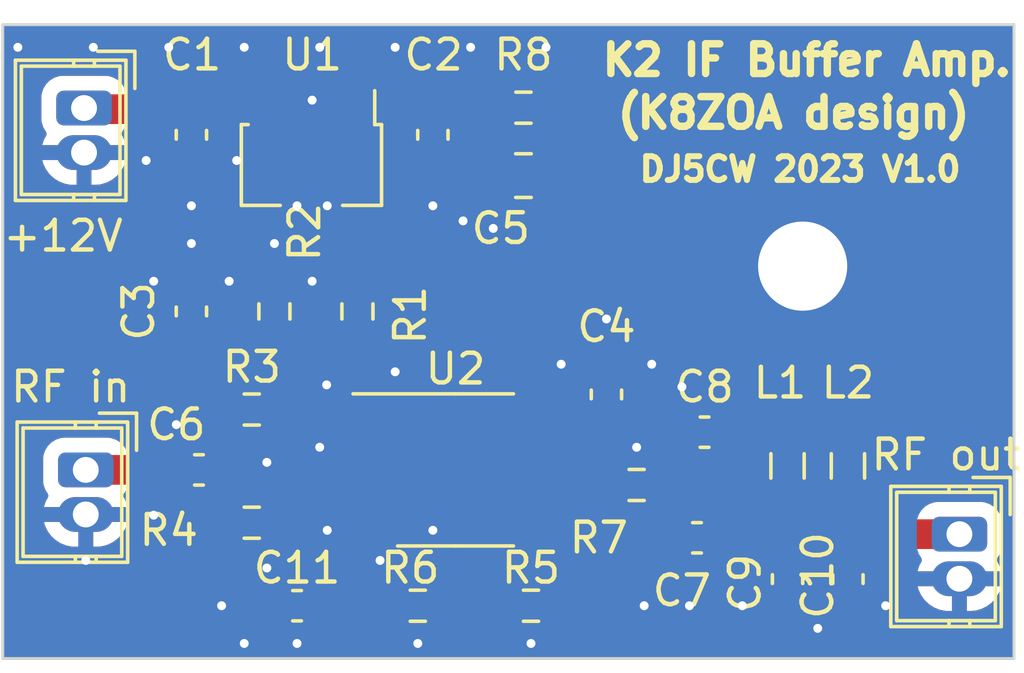
<source format=kicad_pcb>
(kicad_pcb (version 20221018) (generator pcbnew)
  (layers (0 "F.Cu" signal) (31 "B.Cu" signal) (34 "B.Paste" user) (35 "F.Paste" user) (36 "B.SilkS" user "B.Silkscreen") (37 "F.SilkS" user "F.Silkscreen") (38 "B.Mask" user) (39 "F.Mask" user) (44 "Edge.Cuts" user))
  (net 0 "")
  (net 1 "Net-(J1-Pin_1)")
  (net 2 "GND")
  (net 3 "Net-(U1-OUT)")
  (net 4 "Net-(C3-Pad1)")
  (net 5 "Net-(U2-V+)")
  (net 6 "Net-(J2-Pin_1)")
  (net 7 "Net-(C6-Pad2)")
  (net 8 "Net-(C7-Pad1)")
  (net 9 "Net-(C7-Pad2)")
  (net 10 "Net-(C9-Pad2)")
  (net 11 "Net-(J3-Pin_1)")
  (net 12 "Net-(C11-Pad2)")
  (net 13 "Net-(U2-+)")
  (net 14 "Net-(U2--)")
  (net 15 "Net-(R5-Pad2)")
  (footprint "Resistor_SMD:R_0603_1608Metric_Pad0.98x0.95mm_HandSolder" (layer "F.Cu") (at 110.744 70.866 90)
    (fp_text reference "R2" (at 2.667 1.016 90) (layer "F.SilkS"))
    (fp_text value "1k")
    (fp_line (start -0.254724 -0.5225) (end 0.254724 -0.5225) (stroke (width 0.12)) (layer "F.SilkS"))
    (fp_line (start -0.254724 0.5225) (end 0.254724 0.5225) (stroke (width 0.12)) (layer "F.SilkS"))
    (pad "1" smd roundrect (at -0.9125 0 90) (size 0.975 0.95) (layers "F.Cu" "F.Paste" "F.Mask") (net 4 "Net-(C3-Pad1)"))
    (pad "2" smd roundrect (at 0.9125 0 90) (size 0.975 0.95) (layers "F.Cu" "F.Paste" "F.Mask") (net 2 "GND"))
  )
  (footprint "Resistor_SMD:R_0603_1608Metric_Pad0.98x0.95mm_HandSolder" (layer "F.Cu") (at 115.57 80.772 180)
    (fp_text reference "R6" (at 0.254 1.27) (layer "F.SilkS"))
    (fp_text value "150")
    (fp_line (start -0.254724 -0.5225) (end 0.254724 -0.5225) (stroke (width 0.12)) (layer "F.SilkS"))
    (fp_line (start -0.254724 0.5225) (end 0.254724 0.5225) (stroke (width 0.12)) (layer "F.SilkS"))
    (pad "1" smd roundrect (at -0.9125 0 180) (size 0.975 0.95) (layers "F.Cu" "F.Paste" "F.Mask") (net 14 "Net-(U2--)"))
    (pad "2" smd roundrect (at 0.9125 0 180) (size 0.975 0.95) (layers "F.Cu" "F.Paste" "F.Mask") (net 12 "Net-(C11-Pad2)"))
  )
  (footprint "Inductor_SMD:L_0805_2012Metric_Pad1.05x1.20mm_HandSolder" (layer "F.Cu") (at 130.048 76.066 -90)
    (fp_text reference "L2" (at -2.794 0 -180) (layer "F.SilkS"))
    (fp_text value "1u5")
    (fp_line (start -0.410242 -0.56) (end 0.410242 -0.56) (stroke (width 0.12)) (layer "F.SilkS"))
    (fp_line (start -0.410242 0.56) (end 0.410242 0.56) (stroke (width 0.12)) (layer "F.SilkS"))
    (pad "1" smd roundrect (at -1.15 0 270) (size 1.05 1.2) (layers "F.Cu" "F.Paste" "F.Mask") (roundrect_rratio 0.2380952381) (net 10 "Net-(C9-Pad2)"))
    (pad "2" smd roundrect (at 1.15 0 270) (size 1.05 1.2) (layers "F.Cu" "F.Paste" "F.Mask") (roundrect_rratio 0.2380952381) (net 11 "Net-(J3-Pin_1)"))
  )
  (footprint "Connector_Wuerth:Wuerth_WR-WTB_64800211622_1x02_P1.50mm_Vertical" (layer "F.Cu") (at 104.394 76.2 -90)
    (fp_text reference "J2" hide)
    (fp_text value "RF in" (at -2.794 0.508) (layer "F.SilkS"))
    (fp_line (start -1.91 -1.71) (end -1.91 -0.46) (stroke (width 0.12)) (layer "F.SilkS"))
    (fp_line (start -1.61 -1.41) (end -1.61 2.31) (stroke (width 0.12)) (layer "F.SilkS"))
    (fp_line (start -1.61 -0.35) (end -1.41 -0.35) (stroke (width 0.12)) (layer "F.SilkS"))
    (fp_line (start -1.61 2.31) (end 3.11 2.31) (stroke (width 0.12)) (layer "F.SilkS"))
    (fp_line (start -1.41 -1.21) (end 2.91 -1.21) (stroke (width 0.12)) (layer "F.SilkS"))
    (fp_line (start -1.41 -0.35) (end -1.41 -1.21) (stroke (width 0.12)) (layer "F.SilkS"))
    (fp_line (start -1.41 -0.35) (end -1.41 0.35) (stroke (width 0.12)) (layer "F.SilkS"))
    (fp_line (start -1.41 0.35) (end -1.61 0.35) (stroke (width 0.12)) (layer "F.SilkS"))
    (fp_line (start -1.41 0.35) (end -1.41 2.11) (stroke (width 0.12)) (layer "F.SilkS"))
    (fp_line (start -1.41 2.11) (end 2.91 2.11) (stroke (width 0.12)) (layer "F.SilkS"))
    (fp_line (start -0.66 -1.71) (end -1.91 -1.71) (stroke (width 0.12)) (layer "F.SilkS"))
    (fp_line (start 2.91 -1.21) (end 2.91 -0.35) (stroke (width 0.12)) (layer "F.SilkS"))
    (fp_line (start 2.91 -0.35) (end 2.91 0.35) (stroke (width 0.12)) (layer "F.SilkS"))
    (fp_line (start 2.91 -0.35) (end 3.11 -0.35) (stroke (width 0.12)) (layer "F.SilkS"))
    (fp_line (start 2.91 0.35) (end 3.11 0.35) (stroke (width 0.12)) (layer "F.SilkS"))
    (fp_line (start 2.91 2.11) (end 2.91 0.35) (stroke (width 0.12)) (layer "F.SilkS"))
    (fp_line (start 3.11 -1.41) (end -1.61 -1.41) (stroke (width 0.12)) (layer "F.SilkS"))
    (fp_line (start 3.11 2.31) (end 3.11 -1.41) (stroke (width 0.12)) (layer "F.SilkS"))
    (pad "1" thru_hole roundrect (at 0 0 270) (size 1.17 1.87) (drill 0.87) (layers "*.Cu" "*.Mask") (roundrect_rratio 0.2136752137) (net 6 "Net-(J2-Pin_1)"))
    (pad "2" thru_hole oval (at 1.5 0 270) (size 1.17 1.87) (drill 0.87) (layers "*.Cu" "*.Mask") (net 2 "GND"))
  )
  (footprint "Capacitor_SMD:C_0603_1608Metric_Pad1.08x0.95mm_HandSolder" (layer "F.Cu") (at 108.204 76.2)
    (fp_text reference "C6" (at -0.762 -1.524) (layer "F.SilkS"))
    (fp_text value "C")
    (fp_line (start -0.146267 -0.51) (end 0.146267 -0.51) (stroke (width 0.12)) (layer "F.SilkS"))
    (fp_line (start -0.146267 0.51) (end 0.146267 0.51) (stroke (width 0.12)) (layer "F.SilkS"))
    (pad "1" smd roundrect (at -0.8625 0) (size 1.075 0.95) (layers "F.Cu" "F.Paste" "F.Mask") (net 6 "Net-(J2-Pin_1)"))
    (pad "2" smd roundrect (at 0.8625 0) (size 1.075 0.95) (layers "F.Cu" "F.Paste" "F.Mask") (net 7 "Net-(C6-Pad2)"))
  )
  (footprint "Capacitor_SMD:C_0603_1608Metric_Pad1.08x0.95mm_HandSolder" (layer "F.Cu") (at 128.016 79.876 90)
    (fp_text reference "C9" (at -0.134 -1.43 90) (layer "F.SilkS"))
    (fp_text value "1n2")
    (fp_line (start -0.146267 -0.51) (end 0.146267 -0.51) (stroke (width 0.12)) (layer "F.SilkS"))
    (fp_line (start -0.146267 0.51) (end 0.146267 0.51) (stroke (width 0.12)) (layer "F.SilkS"))
    (pad "1" smd roundrect (at -0.8625 0 90) (size 1.075 0.95) (layers "F.Cu" "F.Paste" "F.Mask") (net 2 "GND"))
    (pad "2" smd roundrect (at 0.8625 0 90) (size 1.075 0.95) (layers "F.Cu" "F.Paste" "F.Mask") (net 10 "Net-(C9-Pad2)"))
  )
  (footprint "Connector_Wuerth:Wuerth_WR-WTB_64800211622_1x02_P1.50mm_Vertical" (layer "F.Cu") (at 104.336 64.02 -90)
    (fp_text reference "J1" hide)
    (fp_text value "+12V" (at 4.306 0.704) (layer "F.SilkS"))
    (fp_line (start -1.91 -1.71) (end -1.91 -0.46) (stroke (width 0.12)) (layer "F.SilkS"))
    (fp_line (start -1.61 -1.41) (end -1.61 2.31) (stroke (width 0.12)) (layer "F.SilkS"))
    (fp_line (start -1.61 -0.35) (end -1.41 -0.35) (stroke (width 0.12)) (layer "F.SilkS"))
    (fp_line (start -1.61 2.31) (end 3.11 2.31) (stroke (width 0.12)) (layer "F.SilkS"))
    (fp_line (start -1.41 -1.21) (end 2.91 -1.21) (stroke (width 0.12)) (layer "F.SilkS"))
    (fp_line (start -1.41 -0.35) (end -1.41 -1.21) (stroke (width 0.12)) (layer "F.SilkS"))
    (fp_line (start -1.41 -0.35) (end -1.41 0.35) (stroke (width 0.12)) (layer "F.SilkS"))
    (fp_line (start -1.41 0.35) (end -1.61 0.35) (stroke (width 0.12)) (layer "F.SilkS"))
    (fp_line (start -1.41 0.35) (end -1.41 2.11) (stroke (width 0.12)) (layer "F.SilkS"))
    (fp_line (start -1.41 2.11) (end 2.91 2.11) (stroke (width 0.12)) (layer "F.SilkS"))
    (fp_line (start -0.66 -1.71) (end -1.91 -1.71) (stroke (width 0.12)) (layer "F.SilkS"))
    (fp_line (start 2.91 -1.21) (end 2.91 -0.35) (stroke (width 0.12)) (layer "F.SilkS"))
    (fp_line (start 2.91 -0.35) (end 2.91 0.35) (stroke (width 0.12)) (layer "F.SilkS"))
    (fp_line (start 2.91 -0.35) (end 3.11 -0.35) (stroke (width 0.12)) (layer "F.SilkS"))
    (fp_line (start 2.91 0.35) (end 3.11 0.35) (stroke (width 0.12)) (layer "F.SilkS"))
    (fp_line (start 2.91 2.11) (end 2.91 0.35) (stroke (width 0.12)) (layer "F.SilkS"))
    (fp_line (start 3.11 -1.41) (end -1.61 -1.41) (stroke (width 0.12)) (layer "F.SilkS"))
    (fp_line (start 3.11 2.31) (end 3.11 -1.41) (stroke (width 0.12)) (layer "F.SilkS"))
    (pad "1" thru_hole roundrect (at 0 0 270) (size 1.17 1.87) (drill 0.87) (layers "*.Cu" "*.Mask") (roundrect_rratio 0.2136752137) (net 1 "Net-(J1-Pin_1)"))
    (pad "2" thru_hole oval (at 1.5 0 270) (size 1.17 1.87) (drill 0.87) (layers "*.Cu" "*.Mask") (net 2 "GND"))
  )
  (footprint "Capacitor_SMD:C_0603_1608Metric_Pad1.08x0.95mm_HandSolder" (layer "F.Cu") (at 116.078 64.921 -90)
    (fp_text reference "C2" (at -2.691 -0.024) (layer "F.SilkS"))
    (fp_text value "100nF")
    (fp_line (start -0.146267 -0.51) (end 0.146267 -0.51) (stroke (width 0.12)) (layer "F.SilkS"))
    (fp_line (start -0.146267 0.51) (end 0.146267 0.51) (stroke (width 0.12)) (layer "F.SilkS"))
    (pad "1" smd roundrect (at -0.8625 0 270) (size 1.075 0.95) (layers "F.Cu" "F.Paste" "F.Mask") (net 3 "Net-(U1-OUT)"))
    (pad "2" smd roundrect (at 0.8625 0 270) (size 1.075 0.95) (layers "F.Cu" "F.Paste" "F.Mask") (net 2 "GND"))
  )
  (footprint "Resistor_SMD:R_0603_1608Metric_Pad0.98x0.95mm_HandSolder" (layer "F.Cu") (at 109.982 77.978)
    (fp_text reference "R4" (at -2.794 0.254) (layer "F.SilkS"))
    (fp_text value "200")
    (fp_line (start -0.254724 -0.5225) (end 0.254724 -0.5225) (stroke (width 0.12)) (layer "F.SilkS"))
    (fp_line (start -0.254724 0.5225) (end 0.254724 0.5225) (stroke (width 0.12)) (layer "F.SilkS"))
    (pad "1" smd roundrect (at -0.9125 0) (size 0.975 0.95) (layers "F.Cu" "F.Paste" "F.Mask") (net 7 "Net-(C6-Pad2)"))
    (pad "2" smd roundrect (at 0.9125 0) (size 0.975 0.95) (layers "F.Cu" "F.Paste" "F.Mask") (net 13 "Net-(U2-+)"))
  )
  (footprint "Capacitor_SMD:C_0603_1608Metric_Pad1.08x0.95mm_HandSolder" (layer "F.Cu") (at 125.222 74.93)
    (fp_text reference "C8" (at 0 -1.524) (layer "F.SilkS"))
    (fp_text value "1n2")
    (fp_line (start -0.146267 -0.51) (end 0.146267 -0.51) (stroke (width 0.12)) (layer "F.SilkS"))
    (fp_line (start -0.146267 0.51) (end 0.146267 0.51) (stroke (width 0.12)) (layer "F.SilkS"))
    (pad "1" smd roundrect (at -0.8625 0) (size 1.075 0.95) (layers "F.Cu" "F.Paste" "F.Mask") (net 2 "GND"))
    (pad "2" smd roundrect (at 0.8625 0) (size 1.075 0.95) (layers "F.Cu" "F.Paste" "F.Mask") (net 9 "Net-(C7-Pad2)"))
  )
  (footprint "Resistor_SMD:R_0603_1608Metric_Pad0.98x0.95mm_HandSolder" (layer "F.Cu") (at 119.126 64.008)
    (fp_text reference "R8" (at 0 -1.778) (layer "F.SilkS"))
    (fp_text value "10")
    (fp_line (start -0.254724 -0.5225) (end 0.254724 -0.5225) (stroke (width 0.12)) (layer "F.SilkS"))
    (fp_line (start -0.254724 0.5225) (end 0.254724 0.5225) (stroke (width 0.12)) (layer "F.SilkS"))
    (pad "1" smd roundrect (at -0.9125 0) (size 0.975 0.95) (layers "F.Cu" "F.Paste" "F.Mask") (net 3 "Net-(U1-OUT)"))
    (pad "2" smd roundrect (at 0.9125 0) (size 0.975 0.95) (layers "F.Cu" "F.Paste" "F.Mask") (net 5 "Net-(U2-V+)"))
  )
  (footprint "Package_TO_SOT_SMD:SOT-89-3" (layer "F.Cu") (at 111.99 65.937 -90)
    (fp_text reference "U1" (at -3.707 -0.024) (layer "F.SilkS"))
    (fp_text value "L78L09_SOT89")
    (fp_line (start -2.5 -2.13) (end -1.36 -2.13) (stroke (width 0.12)) (layer "F.SilkS"))
    (fp_line (start -1.36 -2.36) (end -1.36 -2.13) (stroke (width 0.12)) (layer "F.SilkS"))
    (fp_line (start -1.36 -2.36) (end 1.36 -2.36) (stroke (width 0.12)) (layer "F.SilkS"))
    (fp_line (start -1.36 2.36) (end -1.36 2.13) (stroke (width 0.12)) (layer "F.SilkS"))
    (fp_line (start 1.36 -2.36) (end 1.36 -1.05) (stroke (width 0.12)) (layer "F.SilkS"))
    (fp_line (start 1.36 1.05) (end 1.36 2.36) (stroke (width 0.12)) (layer "F.SilkS"))
    (fp_line (start 1.36 2.36) (end -1.36 2.36) (stroke (width 0.12)) (layer "F.SilkS"))
    (pad "1" smd rect (at -1.95 -1.5 270) (size 1.3 0.9) (layers "F.Cu" "F.Paste" "F.Mask") (net 3 "Net-(U1-OUT)"))
    (pad "2" smd custom (at -1.8625 0 270) (size 1.475 0.9) (layers "F.Cu" "F.Paste" "F.Mask") (net 2 "GND") (options (clearance outline) (anchor rect)) (primitives (gr_poly (pts (xy 3.8625 0.8665) (xy 0.7375 0.8665) (xy 0.7375 -0.8665) (xy 3.8625 -0.8665)) (width 0) (fill yes))))
    (pad "3" smd rect (at -1.95 1.5 270) (size 1.3 0.9) (layers "F.Cu" "F.Paste" "F.Mask") (net 1 "Net-(J1-Pin_1)"))
  )
  (footprint "Connector_Wuerth:Wuerth_WR-WTB_64800211622_1x02_P1.50mm_Vertical" (layer "F.Cu") (at 133.8 78.364 -90)
    (fp_text reference "J3" hide)
    (fp_text value "RF out" (at -2.672 0.45) (layer "F.SilkS"))
    (fp_line (start -1.91 -1.71) (end -1.91 -0.46) (stroke (width 0.12)) (layer "F.SilkS"))
    (fp_line (start -1.61 -1.41) (end -1.61 2.31) (stroke (width 0.12)) (layer "F.SilkS"))
    (fp_line (start -1.61 -0.35) (end -1.41 -0.35) (stroke (width 0.12)) (layer "F.SilkS"))
    (fp_line (start -1.61 2.31) (end 3.11 2.31) (stroke (width 0.12)) (layer "F.SilkS"))
    (fp_line (start -1.41 -1.21) (end 2.91 -1.21) (stroke (width 0.12)) (layer "F.SilkS"))
    (fp_line (start -1.41 -0.35) (end -1.41 -1.21) (stroke (width 0.12)) (layer "F.SilkS"))
    (fp_line (start -1.41 -0.35) (end -1.41 0.35) (stroke (width 0.12)) (layer "F.SilkS"))
    (fp_line (start -1.41 0.35) (end -1.61 0.35) (stroke (width 0.12)) (layer "F.SilkS"))
    (fp_line (start -1.41 0.35) (end -1.41 2.11) (stroke (width 0.12)) (layer "F.SilkS"))
    (fp_line (start -1.41 2.11) (end 2.91 2.11) (stroke (width 0.12)) (layer "F.SilkS"))
    (fp_line (start -0.66 -1.71) (end -1.91 -1.71) (stroke (width 0.12)) (layer "F.SilkS"))
    (fp_line (start 2.91 -1.21) (end 2.91 -0.35) (stroke (width 0.12)) (layer "F.SilkS"))
    (fp_line (start 2.91 -0.35) (end 2.91 0.35) (stroke (width 0.12)) (layer "F.SilkS"))
    (fp_line (start 2.91 -0.35) (end 3.11 -0.35) (stroke (width 0.12)) (layer "F.SilkS"))
    (fp_line (start 2.91 0.35) (end 3.11 0.35) (stroke (width 0.12)) (layer "F.SilkS"))
    (fp_line (start 2.91 2.11) (end 2.91 0.35) (stroke (width 0.12)) (layer "F.SilkS"))
    (fp_line (start 3.11 -1.41) (end -1.61 -1.41) (stroke (width 0.12)) (layer "F.SilkS"))
    (fp_line (start 3.11 2.31) (end 3.11 -1.41) (stroke (width 0.12)) (layer "F.SilkS"))
    (pad "1" thru_hole roundrect (at 0 0 270) (size 1.17 1.87) (drill 0.87) (layers "*.Cu" "*.Mask") (roundrect_rratio 0.2136752137) (net 11 "Net-(J3-Pin_1)"))
    (pad "2" thru_hole oval (at 1.5 0 270) (size 1.17 1.87) (drill 0.87) (layers "*.Cu" "*.Mask") (net 2 "GND"))
  )
  (footprint "Package_SO:SOIC-8_3.9x4.9mm_P1.27mm" (layer "F.Cu") (at 116.84 76.2)
    (fp_text reference "U2" (at 0 -3.4) (layer "F.SilkS"))
    (fp_text value "AD8007")
    (fp_line (start 0 -2.56) (end -3.45 -2.56) (stroke (width 0.12)) (layer "F.SilkS"))
    (fp_line (start 0 -2.56) (end 1.95 -2.56) (stroke (width 0.12)) (layer "F.SilkS"))
    (fp_line (start 0 2.56) (end -1.95 2.56) (stroke (width 0.12)) (layer "F.SilkS"))
    (fp_line (start 0 2.56) (end 1.95 2.56) (stroke (width 0.12)) (layer "F.SilkS"))
    (pad "1" smd roundrect (at -2.475 -1.905) (size 1.95 0.6) (layers "F.Cu" "F.Paste" "F.Mask"))
    (pad "2" smd roundrect (at -2.475 -0.635) (size 1.95 0.6) (layers "F.Cu" "F.Paste" "F.Mask") (net 14 "Net-(U2--)"))
    (pad "3" smd roundrect (at -2.475 0.635) (size 1.95 0.6) (layers "F.Cu" "F.Paste" "F.Mask") (net 13 "Net-(U2-+)"))
    (pad "4" smd roundrect (at -2.475 1.905) (size 1.95 0.6) (layers "F.Cu" "F.Paste" "F.Mask") (net 2 "GND"))
    (pad "5" smd roundrect (at 2.475 1.905) (size 1.95 0.6) (layers "F.Cu" "F.Paste" "F.Mask"))
    (pad "6" smd roundrect (at 2.475 0.635) (size 1.95 0.6) (layers "F.Cu" "F.Paste" "F.Mask") (net 15 "Net-(R5-Pad2)"))
    (pad "7" smd roundrect (at 2.475 -0.635) (size 1.95 0.6) (layers "F.Cu" "F.Paste" "F.Mask") (net 5 "Net-(U2-V+)"))
    (pad "8" smd roundrect (at 2.475 -1.905) (size 1.95 0.6) (layers "F.Cu" "F.Paste" "F.Mask"))
  )
  (footprint "Resistor_SMD:R_0603_1608Metric_Pad0.98x0.95mm_HandSolder" (layer "F.Cu") (at 119.38 80.772)
    (fp_text reference "R5" (at 0 -1.27) (layer "F.SilkS"))
    (fp_text value "500")
    (fp_line (start -0.254724 -0.5225) (end 0.254724 -0.5225) (stroke (width 0.12)) (layer "F.SilkS"))
    (fp_line (start -0.254724 0.5225) (end 0.254724 0.5225) (stroke (width 0.12)) (layer "F.SilkS"))
    (pad "1" smd roundrect (at -0.9125 0) (size 0.975 0.95) (layers "F.Cu" "F.Paste" "F.Mask") (net 14 "Net-(U2--)"))
    (pad "2" smd roundrect (at 0.9125 0) (size 0.975 0.95) (layers "F.Cu" "F.Paste" "F.Mask") (net 15 "Net-(R5-Pad2)"))
  )
  (footprint "Capacitor_SMD:C_0603_1608Metric_Pad1.08x0.95mm_HandSolder" (layer "F.Cu") (at 111.506 80.772)
    (fp_text reference "C11" (at 0 -1.27) (layer "F.SilkS"))
    (fp_text value "C")
    (fp_line (start -0.146267 -0.51) (end 0.146267 -0.51) (stroke (width 0.12)) (layer "F.SilkS"))
    (fp_line (start -0.146267 0.51) (end 0.146267 0.51) (stroke (width 0.12)) (layer "F.SilkS"))
    (pad "1" smd roundrect (at -0.8625 0) (size 1.075 0.95) (layers "F.Cu" "F.Paste" "F.Mask") (net 2 "GND"))
    (pad "2" smd roundrect (at 0.8625 0) (size 1.075 0.95) (layers "F.Cu" "F.Paste" "F.Mask") (net 12 "Net-(C11-Pad2)"))
  )
  (footprint "Resistor_SMD:R_0603_1608Metric_Pad0.98x0.95mm_HandSolder" (layer "F.Cu") (at 113.538 70.866 -90)
    (fp_text reference "R1" (at 0.127 -1.778 90) (layer "F.SilkS"))
    (fp_text value "1k")
    (fp_line (start -0.254724 -0.5225) (end 0.254724 -0.5225) (stroke (width 0.12)) (layer "F.SilkS"))
    (fp_line (start -0.254724 0.5225) (end 0.254724 0.5225) (stroke (width 0.12)) (layer "F.SilkS"))
    (pad "1" smd roundrect (at -0.9125 0 270) (size 0.975 0.95) (layers "F.Cu" "F.Paste" "F.Mask") (net 3 "Net-(U1-OUT)"))
    (pad "2" smd roundrect (at 0.9125 0 270) (size 0.975 0.95) (layers "F.Cu" "F.Paste" "F.Mask") (net 4 "Net-(C3-Pad1)"))
  )
  (footprint "Inductor_SMD:L_0805_2012Metric_Pad1.05x1.20mm_HandSolder" (layer "F.Cu") (at 128.016 76.066 -90)
    (fp_text reference "L1" (at -2.794 0.254 -180) (layer "F.SilkS"))
    (fp_text value "1u5")
    (fp_line (start -0.410242 -0.56) (end 0.410242 -0.56) (stroke (width 0.12)) (layer "F.SilkS"))
    (fp_line (start -0.410242 0.56) (end 0.410242 0.56) (stroke (width 0.12)) (layer "F.SilkS"))
    (pad "1" smd roundrect (at -1.15 0 270) (size 1.05 1.2) (layers "F.Cu" "F.Paste" "F.Mask") (roundrect_rratio 0.2380952381) (net 9 "Net-(C7-Pad2)"))
    (pad "2" smd roundrect (at 1.15 0 270) (size 1.05 1.2) (layers "F.Cu" "F.Paste" "F.Mask") (roundrect_rratio 0.2380952381) (net 10 "Net-(C9-Pad2)"))
  )
  (footprint "Capacitor_SMD:C_0603_1608Metric_Pad1.08x0.95mm_HandSolder" (layer "F.Cu") (at 107.95 70.866 90)
    (fp_text reference "C3" (at 0 -1.778 90) (layer "F.SilkS"))
    (fp_text value "100n")
    (fp_line (start -0.146267 -0.51) (end 0.146267 -0.51) (stroke (width 0.12)) (layer "F.SilkS"))
    (fp_line (start -0.146267 0.51) (end 0.146267 0.51) (stroke (width 0.12)) (layer "F.SilkS"))
    (pad "1" smd roundrect (at -0.8625 0 90) (size 1.075 0.95) (layers "F.Cu" "F.Paste" "F.Mask") (net 4 "Net-(C3-Pad1)"))
    (pad "2" smd roundrect (at 0.8625 0 90) (size 1.075 0.95) (layers "F.Cu" "F.Paste" "F.Mask") (net 2 "GND"))
  )
  (footprint "Resistor_SMD:R_0603_1608Metric_Pad0.98x0.95mm_HandSolder" (layer "F.Cu") (at 122.936 76.708)
    (fp_text reference "R7" (at -1.27 1.778) (layer "F.SilkS"))
    (fp_text value "50")
    (fp_line (start -0.254724 -0.5225) (end 0.254724 -0.5225) (stroke (width 0.12)) (layer "F.SilkS"))
    (fp_line (start -0.254724 0.5225) (end 0.254724 0.5225) (stroke (width 0.12)) (layer "F.SilkS"))
    (pad "1" smd roundrect (at -0.9125 0) (size 0.975 0.95) (layers "F.Cu" "F.Paste" "F.Mask") (net 15 "Net-(R5-Pad2)"))
    (pad "2" smd roundrect (at 0.9125 0) (size 0.975 0.95) (layers "F.Cu" "F.Paste" "F.Mask") (net 8 "Net-(C7-Pad1)"))
  )
  (footprint "Resistor_SMD:R_0603_1608Metric_Pad0.98x0.95mm_HandSolder" (layer "F.Cu") (at 109.982 74.168)
    (fp_text reference "R3" (at 0 -1.43) (layer "F.SilkS"))
    (fp_text value "4k7")
    (fp_line (start -0.254724 -0.5225) (end 0.254724 -0.5225) (stroke (width 0.12)) (layer "F.SilkS"))
    (fp_line (start -0.254724 0.5225) (end 0.254724 0.5225) (stroke (width 0.12)) (layer "F.SilkS"))
    (pad "1" smd roundrect (at -0.9125 0) (size 0.975 0.95) (layers "F.Cu" "F.Paste" "F.Mask") (net 7 "Net-(C6-Pad2)"))
    (pad "2" smd roundrect (at 0.9125 0) (size 0.975 0.95) (layers "F.Cu" "F.Paste" "F.Mask") (net 4 "Net-(C3-Pad1)"))
  )
  (footprint "Capacitor_SMD:C_0603_1608Metric_Pad1.08x0.95mm_HandSolder" (layer "F.Cu") (at 107.95 64.921 -90)
    (fp_text reference "C1" (at -2.691 -0.024) (layer "F.SilkS"))
    (fp_text value "100nF")
    (fp_line (start -0.146267 -0.51) (end 0.146267 -0.51) (stroke (width 0.12)) (layer "F.SilkS"))
    (fp_line (start -0.146267 0.51) (end 0.146267 0.51) (stroke (width 0.12)) (layer "F.SilkS"))
    (pad "1" smd roundrect (at -0.8625 0 270) (size 1.075 0.95) (layers "F.Cu" "F.Paste" "F.Mask") (net 1 "Net-(J1-Pin_1)"))
    (pad "2" smd roundrect (at 0.8625 0 270) (size 1.075 0.95) (layers "F.Cu" "F.Paste" "F.Mask") (net 2 "GND"))
  )
  (footprint "Capacitor_SMD:C_0805_2012Metric_Pad1.18x1.45mm_HandSolder" (layer "F.Cu") (at 119.126 66.294 180)
    (fp_text reference "C5" (at 0.762 -1.778) (layer "F.SilkS"))
    (fp_text value "1u")
    (fp_line (start -0.261252 -0.735) (end 0.261252 -0.735) (stroke (width 0.12)) (layer "F.SilkS"))
    (fp_line (start -0.261252 0.735) (end 0.261252 0.735) (stroke (width 0.12)) (layer "F.SilkS"))
    (pad "1" smd roundrect (at -1.0375 0 180) (size 1.175 1.45) (layers "F.Cu" "F.Paste" "F.Mask") (roundrect_rratio 0.2127659574) (net 5 "Net-(U2-V+)"))
    (pad "2" smd roundrect (at 1.0375 0 180) (size 1.175 1.45) (layers "F.Cu" "F.Paste" "F.Mask") (roundrect_rratio 0.2127659574) (net 2 "GND"))
  )
  (footprint "Capacitor_SMD:C_0603_1608Metric_Pad1.08x0.95mm_HandSolder" (layer "F.Cu") (at 130.048 79.876 90)
    (fp_text reference "C10" (at 0.12 -1.016 90) (layer "F.SilkS"))
    (fp_text value "1n2")
    (fp_line (start -0.146267 -0.51) (end 0.146267 -0.51) (stroke (width 0.12)) (layer "F.SilkS"))
    (fp_line (start -0.146267 0.51) (end 0.146267 0.51) (stroke (width 0.12)) (layer "F.SilkS"))
    (pad "1" smd roundrect (at -0.8625 0 90) (size 1.075 0.95) (layers "F.Cu" "F.Paste" "F.Mask") (net 2 "GND"))
    (pad "2" smd roundrect (at 0.8625 0 90) (size 1.075 0.95) (layers "F.Cu" "F.Paste" "F.Mask") (net 11 "Net-(J3-Pin_1)"))
  )
  (footprint "Capacitor_SMD:C_0603_1608Metric_Pad1.08x0.95mm_HandSolder" (layer "F.Cu") (at 124.968 78.486)
    (fp_text reference "C7" (at -0.508 1.778) (layer "F.SilkS"))
    (fp_text value "5n6")
    (fp_line (start -0.146267 -0.51) (end 0.146267 -0.51) (stroke (width 0.12)) (layer "F.SilkS"))
    (fp_line (start -0.146267 0.51) (end 0.146267 0.51) (stroke (width 0.12)) (layer "F.SilkS"))
    (pad "1" smd roundrect (at -0.8625 0) (size 1.075 0.95) (layers "F.Cu" "F.Paste" "F.Mask") (net 8 "Net-(C7-Pad1)"))
    (pad "2" smd roundrect (at 0.8625 0) (size 1.075 0.95) (layers "F.Cu" "F.Paste" "F.Mask") (net 9 "Net-(C7-Pad2)"))
  )
  (footprint "Capacitor_SMD:C_0603_1608Metric_Pad1.08x0.95mm_HandSolder" (layer "F.Cu") (at 121.92 73.66 -90)
    (fp_text reference "C4" (at -2.286 0 -180) (layer "F.SilkS"))
    (fp_text value "10n")
    (fp_line (start -0.146267 -0.51) (end 0.146267 -0.51) (stroke (width 0.12)) (layer "F.SilkS"))
    (fp_line (start -0.146267 0.51) (end 0.146267 0.51) (stroke (width 0.12)) (layer "F.SilkS"))
    (pad "1" smd roundrect (at -0.8625 0 270) (size 1.075 0.95) (layers "F.Cu" "F.Paste" "F.Mask") (net 2 "GND"))
    (pad "2" smd roundrect (at 0.8625 0 270) (size 1.075 0.95) (layers "F.Cu" "F.Paste" "F.Mask") (net 5 "Net-(U2-V+)"))
  )
  (gr_line (start 135.636 82.55) (end 101.6 82.55) (stroke (width 0.1)) (layer "Edge.Cuts"))
  (gr_line (start 135.636 82.55) (end 135.636 61.214) (stroke (width 0.1)) (layer "Edge.Cuts"))
  (gr_line (start 135.636 61.214) (end 101.6 61.214) (stroke (width 0.1)) (layer "Edge.Cuts"))
  (gr_line (start 101.6 82.55) (end 101.6 61.214) (stroke (width 0.1)) (layer "Edge.Cuts"))
  (gr_text "DJ5CW 2023 V1.0" (at 122.936 66.548) (layer "F.SilkS") (effects (font (size 0.8 0.8) (thickness 0.2) bold) (justify left bottom)))
  (gr_text "K2 IF Buffer Amp." (at 121.666 62.992) (layer "F.SilkS") (effects (font (size 1 1) (thickness 0.25) bold) (justify left bottom)))
  (gr_text "(K8ZOA design)" (at 122.174 64.77) (layer "F.SilkS") (effects (font (size 1 1) (thickness 0.25) bold) (justify left bottom)))
  (segment (start 104.1905 64.0585) (end 107.95 64.0585) (width 1) (layer "F.Cu") (net 1))
  (segment (start 104.152 64.02) (end 104.1905 64.0585) (width 1) (layer "F.Cu") (net 1))
  (segment (start 108.0215 63.987) (end 107.95 64.0585) (width 1) (layer "F.Cu") (net 1))
  (segment (start 104.336 64.02) (end 104.152 64.02) (width 1) (layer "F.Cu") (net 1))
  (segment (start 110.49 63.987) (end 108.0215 63.987) (width 1) (layer "F.Cu") (net 1))
  (via (at 114.3 79.248) (size 0.5) (drill 0.3) (layers "F.Cu" "B.Cu") (net 2))
  (via (at 123.19 80.772) (size 0.5) (drill 0.3) (layers "F.Cu" "B.Cu") (net 2))
  (via (at 120.396 72.644) (size 0.5) (drill 0.3) (layers "F.Cu" "B.Cu") (net 2))
  (via (at 107.95 67.31) (size 0.5) (drill 0.3) (layers "F.Cu" "B.Cu") (net 2))
  (via (at 128.524 69.342) (size 5) (drill 3) (layers "F.Cu" "B.Cu") (net 2))
  (via (at 110.49 75.946) (size 0.5) (drill 0.3) (layers "F.Cu" "B.Cu") (net 2))
  (via (at 115.57 82.042) (size 0.5) (drill 0.3) (layers "F.Cu" "B.Cu") (net 2))
  (via (at 110.744 68.58) (size 0.5) (drill 0.3) (layers "F.Cu" "B.Cu") (net 2))
  (via (at 124.46 73.406) (size 0.5) (drill 0.3) (layers "F.Cu" "B.Cu") (net 2))
  (via (at 104.394 79.248) (size 0.5) (drill 0.3) (layers "F.Cu" "B.Cu") (net 2))
  (via (at 116.078 78.232) (size 0.5) (drill 0.3) (layers "F.Cu" "B.Cu") (net 2))
  (via (at 112.014 69.85) (size 0.5) (drill 0.3) (layers "F.Cu" "B.Cu") (net 2))
  (via (at 122.936 75.438) (size 0.5) (drill 0.3) (layers "F.Cu" "B.Cu") (net 2))
  (via (at 124.714 80.772) (size 0.5) (drill 0.3) (layers "F.Cu" "B.Cu") (net 2))
  (via (at 104.648 61.976) (size 0.5) (drill 0.3) (layers "F.Cu" "B.Cu") (net 2))
  (via (at 102.108 61.976) (size 0.5) (drill 0.3) (layers "F.Cu" "B.Cu") (net 2))
  (via (at 109.474 65.786) (size 0.5) (drill 0.3) (layers "F.Cu" "B.Cu") (net 2))
  (via (at 111.506 82.042) (size 0.5) (drill 0.3) (layers "F.Cu" "B.Cu") (net 2))
  (via (at 112.014 63.754) (size 0.5) (drill 0.3) (layers "F.Cu" "B.Cu") (net 2))
  (via (at 112.268 75.438) (size 0.5) (drill 0.3) (layers "F.Cu" "B.Cu") (net 2))
  (via (at 109.22 69.85) (size 0.5) (drill 0.3) (layers "F.Cu" "B.Cu") (net 2))
  (via (at 112.522 67.31) (size 0.5) (drill 0.3) (layers "F.Cu" "B.Cu") (net 2))
  (via (at 117.348 61.976) (size 0.5) (drill 0.3) (layers "F.Cu" "B.Cu") (net 2))
  (via (at 117.094 67.818) (size 0.5) (drill 0.3) (layers "F.Cu" "B.Cu") (net 2))
  (via (at 123.444 72.644) (size 0.5) (drill 0.3) (layers "F.Cu" "B.Cu") (net 2))
  (via (at 112.502488 73.338021) (size 0.5) (drill 0.3) (layers "F.Cu" "B.Cu") (net 2))
  (via (at 114.808 72.898) (size 0.5) (drill 0.3) (layers "F.Cu" "B.Cu") (net 2))
  (via (at 112.522 78.232) (size 0.5) (drill 0.3) (layers "F.Cu" "B.Cu") (net 2))
  (via (at 118.11 68.072) (size 0.5) (drill 0.3) (layers "F.Cu" "B.Cu") (net 2))
  (via (at 109.728 82.042) (size 0.5) (drill 0.3) (layers "F.Cu" "B.Cu") (net 2))
  (via (at 107.442 74.676) (size 0.5) (drill 0.3) (layers "F.Cu" "B.Cu") (net 2))
  (via (at 126.492 80.772) (size 0.5) (drill 0.3) (layers "F.Cu" "B.Cu") (net 2))
  (via (at 109.728 61.976) (size 0.5) (drill 0.3) (layers "F.Cu" "B.Cu") (net 2))
  (via (at 112.268 61.976) (size 0.5) (drill 0.3) (layers "F.Cu" "B.Cu") (net 2))
  (via (at 108.966 80.772) (size 0.5) (drill 0.3) (layers "F.Cu" "B.Cu") (net 2))
  (via (at 114.808 61.976) (size 0.5) (drill 0.3) (layers "F.Cu" "B.Cu") (net 2))
  (via (at 121.92 71.12) (size 0.5) (drill 0.3) (layers "F.Cu" "B.Cu") (net 2))
  (via (at 131.318 80.772) (size 0.5) (drill 0.3) (layers "F.Cu" "B.Cu") (net 2))
  (via (at 106.426 65.786) (size 0.5) (drill 0.3) (layers "F.Cu" "B.Cu") (net 2))
  (via (at 129.032 81.534) (size 0.5) (drill 0.3) (layers "F.Cu" "B.Cu") (net 2))
  (via (at 106.68 77.724) (size 0.5) (drill 0.3) (layers "F.Cu" "B.Cu") (net 2))
  (via (at 119.888 61.976) (size 0.5) (drill 0.3) (layers "F.Cu" "B.Cu") (net 2))
  (via (at 106.68 69.85) (size 0.5) (drill 0.3) (layers "F.Cu" "B.Cu") (net 2))
  (via (at 107.95 68.58) (size 0.5) (drill 0.3) (layers "F.Cu" "B.Cu") (net 2))
  (via (at 116.078 67.31) (size 0.5) (drill 0.3) (layers "F.Cu" "B.Cu") (net 2))
  (via (at 107.188 61.976) (size 0.5) (drill 0.3) (layers "F.Cu" "B.Cu") (net 2))
  (via (at 110.49 79.502) (size 0.5) (drill 0.3) (layers "F.Cu" "B.Cu") (net 2))
  (via (at 119.38 82.042) (size 0.5) (drill 0.3) (layers "F.Cu" "B.Cu") (net 2))
  (via (at 111.506 67.31) (size 0.5) (drill 0.3) (layers "F.Cu" "B.Cu") (net 2))
  (segment (start 114.347 69.9535) (end 114.347 64.844) (width 1) (layer "F.Cu") (net 3))
  (segment (start 114.347 64.844) (end 113.49 63.987) (width 1) (layer "F.Cu") (net 3))
  (segment (start 116.0065 63.987) (end 116.078 64.0585) (width 1) (layer "F.Cu") (net 3))
  (segment (start 113.49 63.987) (end 116.0065 63.987) (width 1) (layer "F.Cu") (net 3))
  (segment (start 116.1285 64.008) (end 116.078 64.0585) (width 1) (layer "F.Cu") (net 3))
  (segment (start 118.2135 64.008) (end 116.1285 64.008) (width 1) (layer "F.Cu") (net 3))
  (segment (start 114.347 69.9535) (end 113.538 69.9535) (width 1) (layer "F.Cu") (net 3))
  (segment (start 113.538 71.7785) (end 108 71.7785) (width 1) (layer "F.Cu") (net 4))
  (segment (start 110.8945 74.168) (end 110.8945 71.929) (width 1) (layer "F.Cu") (net 4))
  (segment (start 108 71.7785) (end 107.95 71.7285) (width 1) (layer "F.Cu") (net 4))
  (segment (start 110.8945 71.929) (end 110.744 71.7785) (width 1) (layer "F.Cu") (net 4))
  (segment (start 110.744 71.7785) (end 110.998 71.7785) (width 1) (layer "F.Cu") (net 4))
  (segment (start 117.094 73.2525) (end 117.9565 72.39) (width 0.5) (layer "F.Cu") (net 5))
  (segment (start 120.0385 64.008) (end 120.0385 66.169) (width 1) (layer "F.Cu") (net 5))
  (segment (start 119.315 75.565) (end 120.8775 75.565) (width 0.5) (layer "F.Cu") (net 5))
  (segment (start 120.1635 70.183) (end 117.9565 72.39) (width 1) (layer "F.Cu") (net 5))
  (segment (start 120.1635 66.294) (end 120.1635 70.183) (width 1) (layer "F.Cu") (net 5))
  (segment (start 120.8775 75.565) (end 121.92 74.5225) (width 0.5) (layer "F.Cu") (net 5))
  (segment (start 120.0385 66.169) (end 120.1635 66.294) (width 1) (layer "F.Cu") (net 5))
  (segment (start 117.221 75.565) (end 117.094 75.438) (width 0.5) (layer "F.Cu") (net 5))
  (segment (start 119.315 75.565) (end 117.221 75.565) (width 0.5) (layer "F.Cu") (net 5))
  (segment (start 117.094 75.438) (end 117.094 73.2525) (width 0.5) (layer "F.Cu") (net 5))
  (segment (start 104.394 76.2) (end 107.3415 76.2) (width 1) (layer "F.Cu") (net 6))
  (segment (start 109.0695 76.197) (end 109.0665 76.2) (width 1) (layer "F.Cu") (net 7))
  (segment (start 109.0695 76.203) (end 109.0665 76.2) (width 1) (layer "F.Cu") (net 7))
  (segment (start 109.0695 74.168) (end 109.0695 76.197) (width 1) (layer "F.Cu") (net 7))
  (segment (start 109.0695 77.978) (end 109.0695 76.203) (width 1) (layer "F.Cu") (net 7))
  (segment (start 123.8485 76.708) (end 123.8485 78.229) (width 1) (layer "F.Cu") (net 8))
  (segment (start 123.8485 78.229) (end 124.1055 78.486) (width 1) (layer "F.Cu") (net 8))
  (segment (start 126.0845 78.1315) (end 126.0845 74.93) (width 1) (layer "F.Cu") (net 9))
  (segment (start 125.8305 78.486) (end 125.73 78.486) (width 1) (layer "F.Cu") (net 9))
  (segment (start 128.002 74.93) (end 128.016 74.916) (width 1) (layer "F.Cu") (net 9))
  (segment (start 126.0845 74.93) (end 128.002 74.93) (width 1) (layer "F.Cu") (net 9))
  (segment (start 125.73 78.486) (end 126.0845 78.1315) (width 1) (layer "F.Cu") (net 9))
  (segment (start 128.016 76.948) (end 130.048 74.916) (width 1) (layer "F.Cu") (net 10))
  (segment (start 128.016 77.216) (end 128.016 76.948) (width 1) (layer "F.Cu") (net 10))
  (segment (start 128.016 77.216) (end 128.016 79.0135) (width 1) (layer "F.Cu") (net 10))
  (segment (start 130.18 78.364) (end 130.048 78.232) (width 1) (layer "F.Cu") (net 11))
  (segment (start 133.8 78.364) (end 130.18 78.364) (width 1) (layer "F.Cu") (net 11))
  (segment (start 130.048 77.216) (end 130.048 78.232) (width 1) (layer "F.Cu") (net 11))
  (segment (start 130.048 78.232) (end 130.048 79.0135) (width 1) (layer "F.Cu") (net 11))
  (segment (start 112.3685 80.772) (end 114.6575 80.772) (width 1) (layer "F.Cu") (net 12))
  (segment (start 110.8945 77.978) (end 112.0375 76.835) (width 0.5) (layer "F.Cu") (net 13))
  (segment (start 112.0375 76.835) (end 114.365 76.835) (width 0.5) (layer "F.Cu") (net 13))
  (segment (start 117.094 80.772) (end 116.4825 80.772) (width 1) (layer "F.Cu") (net 14))
  (segment (start 117.094 77.319001) (end 117.094 80.772) (width 0.5) (layer "F.Cu") (net 14))
  (segment (start 115.339999 75.565) (end 117.094 77.319001) (width 0.5) (layer "F.Cu") (net 14))
  (segment (start 118.4675 80.772) (end 117.094 80.772) (width 1) (layer "F.Cu") (net 14))
  (segment (start 114.365 75.565) (end 115.339999 75.565) (width 0.5) (layer "F.Cu") (net 14))
  (segment (start 121.8965 76.835) (end 122.0235 76.708) (width 0.5) (layer "F.Cu") (net 15))
  (segment (start 122.0235 76.708) (end 122.0235 79.041) (width 1) (layer "F.Cu") (net 15))
  (segment (start 119.315 76.835) (end 121.8965 76.835) (width 0.5) (layer "F.Cu") (net 15))
  (segment (start 122.0235 79.041) (end 120.2925 80.772) (width 1) (layer "F.Cu") (net 15))
  (zone (net 2) (net_name "GND") (layers "F&B.Cu") (connect_pads (clearance 0.5)) (min_thickness 0.25) (fill yes (thermal_gap 0.5) (thermal_bridge_width 0.5))
    (polygon (pts (xy 135.636 61.214) (xy 135.636 82.55) (xy 101.6 82.55) (xy 101.6 61.214)))
  )
)
</source>
